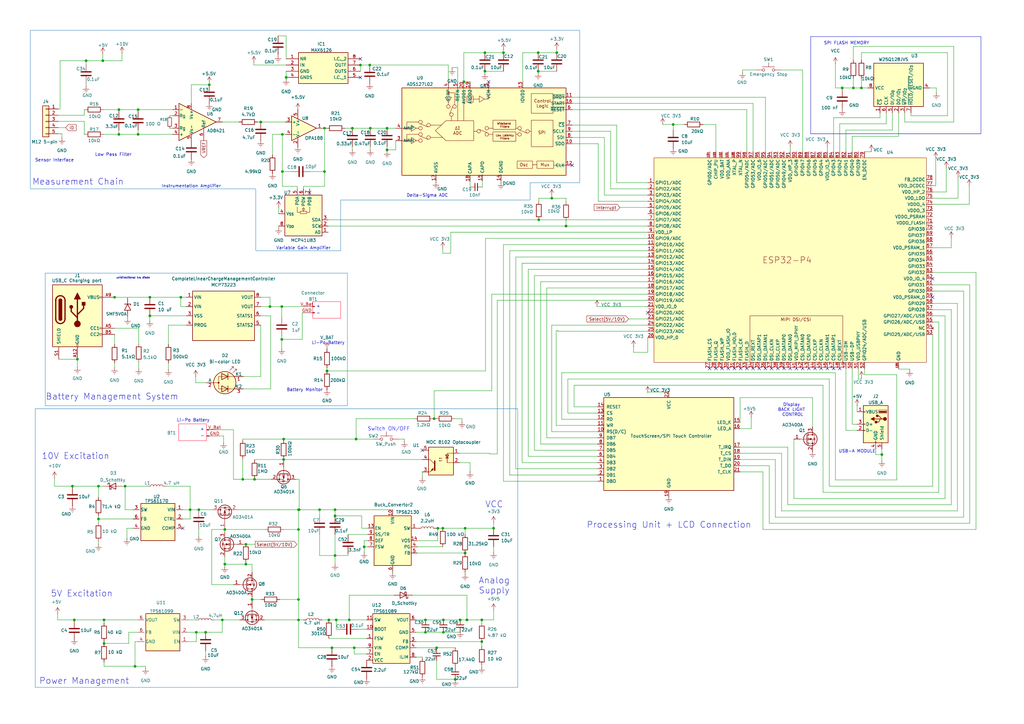
<source format=kicad_sch>
(kicad_sch
	(version 20250114)
	(generator "eeschema")
	(generator_version "9.0")
	(uuid "e09d161e-639f-4600-8aa9-665b6b461114")
	(paper "A3")
	(title_block
		(title "Mobile Force Verification Unit")
		(date "2025-11-29")
		(rev "0.6")
		(company "Innovatest")
		(comment 1 "Group 02")
	)
	
	(rectangle
		(start 14.478 167.64)
		(end 212.344 281.94)
		(stroke
			(width 0)
			(type solid)
			(color 33 122 182 1)
		)
		(fill
			(type none)
		)
		(uuid 273fe304-1525-4475-bd0c-9cb1051fc594)
	)
	(rectangle
		(start 18.542 112.014)
		(end 142.494 166.37)
		(stroke
			(width 0)
			(type solid)
			(color 33 122 182 1)
		)
		(fill
			(type none)
		)
		(uuid 86414abd-9359-41c7-87d4-c465f5d823c5)
	)
	(rectangle
		(start 332.486 14.986)
		(end 402.336 54.864)
		(stroke
			(width 0)
			(type default)
		)
		(fill
			(type none)
		)
		(uuid 9ffe0406-eb07-483b-ac19-f5545570163f)
	)
	(text "5V Excitation\n"
		(exclude_from_sim no)
		(at 33.528 243.586 0)
		(effects
			(font
				(size 2.54 2.54)
			)
		)
		(uuid "036bb8b3-3bc7-407d-978a-9822f27e085b")
	)
	(text "10V Excitation"
		(exclude_from_sim no)
		(at 30.988 187.198 0)
		(effects
			(font
				(size 2.54 2.54)
			)
		)
		(uuid "0ac713aa-ca7b-40ee-b464-37114ae384e9")
	)
	(text "-"
		(exclude_from_sim no)
		(at 130.556 128.524 0)
		(effects
			(font
				(size 1.27 1.27)
			)
		)
		(uuid "15d383b2-40e2-43a6-91e9-602992a48048")
	)
	(text "Power Management"
		(exclude_from_sim no)
		(at 34.544 279.4 0)
		(effects
			(font
				(size 2.54 2.54)
			)
		)
		(uuid "1d221ea3-62cf-4601-a612-4c1e27e9fd93")
	)
	(text "Delta-Sigma ADC"
		(exclude_from_sim no)
		(at 175.26 80.264 0)
		(effects
			(font
				(size 1.27 1.27)
			)
		)
		(uuid "27ac1ba2-e464-4279-97c7-19c0a243ae72")
	)
	(text "-"
		(exclude_from_sim no)
		(at 83.058 178.816 0)
		(effects
			(font
				(size 1.27 1.27)
			)
		)
		(uuid "28574cb5-8ac2-4e39-9f34-e21c2a6f7c04")
	)
	(text "Battery Monitor"
		(exclude_from_sim no)
		(at 124.968 160.02 0)
		(effects
			(font
				(size 1.27 1.27)
			)
		)
		(uuid "30105369-ca63-4003-bccb-715b1aac7eec")
	)
	(text "Processing Unit + LCD Connection \n"
		(exclude_from_sim no)
		(at 275.336 215.392 0)
		(effects
			(font
				(size 2.54 2.54)
			)
		)
		(uuid "4ccc6668-d391-4266-a930-4c5a4fe9b4ff")
	)
	(text "SPI FLASH MEMORY\n"
		(exclude_from_sim no)
		(at 347.218 17.78 0)
		(effects
			(font
				(size 1.27 1.27)
			)
		)
		(uuid "4ffb1962-32e3-4052-8293-85f5027260b8")
	)
	(text "Analog\nSupply\n"
		(exclude_from_sim no)
		(at 202.692 240.284 0)
		(effects
			(font
				(size 2.54 2.54)
			)
		)
		(uuid "58a7c4d0-6fc2-41e9-8d37-57e26ce95581")
	)
	(text "Battery Management System"
		(exclude_from_sim no)
		(at 45.974 162.814 0)
		(effects
			(font
				(size 2.54 2.54)
			)
		)
		(uuid "59d4f498-18d3-48c8-b2ca-dc1cdd7bf438")
	)
	(text "Sensor Interface"
		(exclude_from_sim no)
		(at 22.352 65.786 0)
		(effects
			(font
				(size 1.27 1.27)
			)
		)
		(uuid "5b7040cf-eab4-4c00-bcb7-9c2f10b90e17")
	)
	(text "VCC\n"
		(exclude_from_sim no)
		(at 202.692 207.01 0)
		(effects
			(font
				(size 2.54 2.54)
			)
		)
		(uuid "6922bcb8-d56e-4b76-90f4-465ae2335f18")
	)
	(text "Variable Gain Amplifier\n"
		(exclude_from_sim no)
		(at 124.46 101.854 0)
		(effects
			(font
				(size 1.27 1.27)
			)
		)
		(uuid "79c0ed30-86be-46be-866a-5deabb630834")
	)
	(text "+"
		(exclude_from_sim no)
		(at 82.931 176.149 0)
		(effects
			(font
				(size 1.27 1.27)
			)
		)
		(uuid "7bd26f9c-560d-4835-83f1-59c354726e47")
	)
	(text "USB-A MODULE\n"
		(exclude_from_sim no)
		(at 351.536 185.166 0)
		(effects
			(font
				(size 1.27 1.27)
			)
		)
		(uuid "812693a7-2a88-4b0b-8e88-267e9ee43fbc")
	)
	(text "Instrumentation Amplifier"
		(exclude_from_sim no)
		(at 78.486 76.454 0)
		(effects
			(font
				(size 1.27 1.27)
			)
		)
		(uuid "85dcbeb5-3e48-419f-b2e3-93a4fead783d")
	)
	(text "+"
		(exclude_from_sim no)
		(at 130.556 125.73 0)
		(effects
			(font
				(size 1.27 1.27)
			)
		)
		(uuid "86b00727-8095-487a-9e68-71bdb6ea5689")
	)
	(text "unidirectional tvs diode"
		(exclude_from_sim no)
		(at 54.61 114.046 0)
		(effects
			(font
				(size 0.762 0.762)
			)
		)
		(uuid "88e1cf17-eb37-4a08-a965-322b5efa54e5")
	)
	(text "Low Pass Filter\n"
		(exclude_from_sim no)
		(at 46.482 63.5 0)
		(effects
			(font
				(size 1.27 1.27)
			)
		)
		(uuid "8d8134fa-a3c0-45d8-a9e6-8d3639088cad")
	)
	(text "Display \nBACK LIGHT \nCONTROL\n"
		(exclude_from_sim no)
		(at 325.12 168.148 0)
		(effects
			(font
				(size 1.27 1.27)
			)
		)
		(uuid "abb395c6-eb94-4b75-a055-b2a26438cc47")
	)
	(text "Li-Po Battery\n"
		(exclude_from_sim no)
		(at 79.248 172.466 0)
		(effects
			(font
				(size 1.27 1.27)
			)
		)
		(uuid "af52484d-38a7-4848-bdb9-e79c6c102318")
	)
	(text "Li-Po Battery\n"
		(exclude_from_sim no)
		(at 134.62 140.716 0)
		(effects
			(font
				(size 1.27 1.27)
			)
		)
		(uuid "b2b9d9cf-44d0-4863-afd7-a9bfc075bdf2")
	)
	(text "Measurement Chain\n"
		(exclude_from_sim no)
		(at 32.004 74.676 0)
		(effects
			(font
				(size 2.54 2.54)
			)
		)
		(uuid "d2de046f-9191-41d1-8997-ce6758081883")
	)
	(text_box ""
		(exclude_from_sim no)
		(at 73.279 180.721 0)
		(size 11.43 -6.858)
		(margins 0.9525 0.9525 0.9525 0.9525)
		(stroke
			(width 0)
			(type solid)
			(color 255 18 58 1)
		)
		(fill
			(type none)
		)
		(effects
			(font
				(size 1.27 1.27)
			)
			(justify left top)
		)
		(uuid "4576b6e5-1ddb-471c-9352-5970e744a427")
	)
	(text_box ""
		(exclude_from_sim no)
		(at 128.27 123.698 0)
		(size 11.43 6.858)
		(margins 0.9525 0.9525 0.9525 0.9525)
		(stroke
			(width 0)
			(type solid)
			(color 255 18 58 1)
		)
		(fill
			(type none)
		)
		(effects
			(font
				(size 1.27 1.27)
			)
			(justify left top)
		)
		(uuid "bfb86460-7178-46c2-932a-6477475f7255")
	)
	(junction
		(at 31.75 147.32)
		(diameter 0)
		(color 0 0 0 0)
		(uuid "013d286f-d700-4442-a0dd-df35cf00046d")
	)
	(junction
		(at 151.638 26.67)
		(diameter 0)
		(color 0 0 0 0)
		(uuid "01dda3c2-25a7-4e39-84aa-bc433b77982f")
	)
	(junction
		(at 115.824 70.358)
		(diameter 0)
		(color 0 0 0 0)
		(uuid "02cfb8f6-d261-4e77-b735-4964bf015c7e")
	)
	(junction
		(at 134.874 254.254)
		(diameter 0)
		(color 0 0 0 0)
		(uuid "02ef25a9-5f2d-4e2d-8397-ce399a4c27b2")
	)
	(junction
		(at 151.892 52.578)
		(diameter 0)
		(color 0 0 0 0)
		(uuid "061757fe-4f75-4c0c-a93c-d641295d8850")
	)
	(junction
		(at 91.186 254.254)
		(diameter 0)
		(color 0 0 0 0)
		(uuid "094c2899-f000-435e-9329-7e71b98aa05e")
	)
	(junction
		(at 99.568 196.596)
		(diameter 0)
		(color 0 0 0 0)
		(uuid "1258980c-b23a-4297-9257-41633caf54a6")
	)
	(junction
		(at 56.642 55.118)
		(diameter 0)
		(color 0 0 0 0)
		(uuid "12d20021-d1de-4cfc-8e2c-811532918556")
	)
	(junction
		(at 158.75 52.578)
		(diameter 0)
		(color 0 0 0 0)
		(uuid "12f5b656-e3e9-42e4-8fe6-4a342dcaebdf")
	)
	(junction
		(at 136.144 265.684)
		(diameter 0)
		(color 0 0 0 0)
		(uuid "13e18c7b-8493-4020-92be-2a7565eb82b8")
	)
	(junction
		(at 48.768 44.958)
		(diameter 0)
		(color 0 0 0 0)
		(uuid "1f78ae7d-68af-44d3-8762-b66aa37dc2a8")
	)
	(junction
		(at 137.922 254.254)
		(diameter 0)
		(color 0 0 0 0)
		(uuid "20dbd844-fae3-4452-9748-9a4a4e987e07")
	)
	(junction
		(at 133.096 52.578)
		(diameter 0)
		(color 0 0 0 0)
		(uuid "21b57200-34f7-4079-9cd8-876d49404771")
	)
	(junction
		(at 174.498 259.334)
		(diameter 0)
		(color 0 0 0 0)
		(uuid "240cd9fb-8e2e-4789-9427-820779a2d47d")
	)
	(junction
		(at 30.48 254.254)
		(diameter 0)
		(color 0 0 0 0)
		(uuid "27c1bdd9-5b73-480f-9fbd-e2d84a5be03f")
	)
	(junction
		(at 122.428 245.872)
		(diameter 0)
		(color 0 0 0 0)
		(uuid "2948cf4d-7b94-411d-b037-2c5c583c7648")
	)
	(junction
		(at 179.578 216.662)
		(diameter 0)
		(color 0 0 0 0)
		(uuid "29890956-ec9e-495a-9c1a-0cfa5b249043")
	)
	(junction
		(at 46.99 121.92)
		(diameter 0)
		(color 0 0 0 0)
		(uuid "2c9003fa-0884-4dfb-8060-2f53456f8849")
	)
	(junction
		(at 85.852 34.798)
		(diameter 0)
		(color 0 0 0 0)
		(uuid "30bdad8a-ec4c-4b4c-9de9-752e66254d47")
	)
	(junction
		(at 115.57 125.73)
		(diameter 0)
		(color 0 0 0 0)
		(uuid "311f4222-031f-4968-9782-8d807e7f7cd8")
	)
	(junction
		(at 181.864 259.334)
		(diameter 0)
		(color 0 0 0 0)
		(uuid "33675628-472c-4144-bd3c-a9a9795f7754")
	)
	(junction
		(at 122.428 217.17)
		(diameter 0)
		(color 0 0 0 0)
		(uuid "3a0afed7-2866-40a9-b866-59ce3670d990")
	)
	(junction
		(at 228.346 21.59)
		(diameter 0)
		(color 0 0 0 0)
		(uuid "3a84f29e-5eb5-43bc-a6d0-dacba73997a9")
	)
	(junction
		(at 181.864 254.254)
		(diameter 0)
		(color 0 0 0 0)
		(uuid "3c1e6cdb-1b0e-40d2-91c6-6b8e2a7d8e6d")
	)
	(junction
		(at 345.44 36.068)
		(diameter 0)
		(color 0 0 0 0)
		(uuid "3ec74324-2d00-4c51-b2a4-271072ce42c9")
	)
	(junction
		(at 186.69 278.638)
		(diameter 0)
		(color 0 0 0 0)
		(uuid "4165455a-d079-4fc9-ac06-4f87024be977")
	)
	(junction
		(at 178.054 171.704)
		(diameter 0)
		(color 0 0 0 0)
		(uuid "44c1b4ad-6b4a-4b22-9e2e-1ced5b72ab7d")
	)
	(junction
		(at 232.156 92.71)
		(diameter 0)
		(color 0 0 0 0)
		(uuid "45457b3c-2c63-4f0d-9676-75374fffe7a1")
	)
	(junction
		(at 61.468 129.54)
		(diameter 0)
		(color 0 0 0 0)
		(uuid "480fcbbd-aae0-47c7-81ec-df014892d9de")
	)
	(junction
		(at 42.672 254.254)
		(diameter 0)
		(color 0 0 0 0)
		(uuid "49ef26a7-5e02-4bd2-87a0-47c0f3171ccb")
	)
	(junction
		(at 51.308 199.39)
		(diameter 0)
		(color 0 0 0 0)
		(uuid "4f35fcfb-557f-4a65-8558-a33303ddde9e")
	)
	(junction
		(at 56.642 44.958)
		(diameter 0)
		(color 0 0 0 0)
		(uuid "50cec5d8-d678-4a85-955e-232692819edd")
	)
	(junction
		(at 181.61 216.662)
		(diameter 0)
		(color 0 0 0 0)
		(uuid "53afef6c-c919-448c-8293-e8e910987aef")
	)
	(junction
		(at 115.57 139.192)
		(diameter 0)
		(color 0 0 0 0)
		(uuid "558b6e68-8810-4fd6-adec-a8064a717bef")
	)
	(junction
		(at 197.612 263.144)
		(diameter 0)
		(color 0 0 0 0)
		(uuid "55cf69dc-4e7e-4a38-b0f2-18f60b7b7238")
	)
	(junction
		(at 80.518 259.334)
		(diameter 0)
		(color 0 0 0 0)
		(uuid "57eb7bc2-cd80-4349-a7ae-f8ca62c5a719")
	)
	(junction
		(at 197.612 254.254)
		(diameter 0)
		(color 0 0 0 0)
		(uuid "5c379905-5e64-463f-95a3-8ed7d667c83a")
	)
	(junction
		(at 220.726 21.59)
		(diameter 0)
		(color 0 0 0 0)
		(uuid "6468bbd3-6c71-4136-aedb-7f486eb05100")
	)
	(junction
		(at 146.05 180.086)
		(diameter 0)
		(color 0 0 0 0)
		(uuid "6b7c5c26-dee5-4305-83dc-d1d0e9cf0904")
	)
	(junction
		(at 77.978 209.042)
		(diameter 0)
		(color 0 0 0 0)
		(uuid "7589dcce-af99-4920-87ce-bcf2ca5a6127")
	)
	(junction
		(at 55.372 273.304)
		(diameter 0)
		(color 0 0 0 0)
		(uuid "77609968-bfa8-4920-a381-e84cf1a344e7")
	)
	(junction
		(at 143.256 254.254)
		(diameter 0)
		(color 0 0 0 0)
		(uuid "77d5dd27-ed06-4a9b-952a-8942750eeffc")
	)
	(junction
		(at 198.882 21.59)
		(diameter 0)
		(color 0 0 0 0)
		(uuid "790dd922-8879-4fbf-917b-bef8424b47eb")
	)
	(junction
		(at 115.824 55.118)
		(diameter 0)
		(color 0 0 0 0)
		(uuid "7ddf5f19-1139-47be-bcef-07c2e8741a3a")
	)
	(junction
		(at 35.306 24.892)
		(diameter 0)
		(color 0 0 0 0)
		(uuid "80808d46-cdaa-4b0f-b6db-114d4531b1fb")
	)
	(junction
		(at 174.498 254.254)
		(diameter 0)
		(color 0 0 0 0)
		(uuid "83181df5-d28b-4f18-b8d7-61fb7147f5ea")
	)
	(junction
		(at 350.012 36.068)
		(diameter 0)
		(color 0 0 0 0)
		(uuid "86657bfd-9b40-43ca-ab91-632ec7781fba")
	)
	(junction
		(at 179.07 265.684)
		(diameter 0)
		(color 0 0 0 0)
		(uuid "8eeddcd7-a836-4fe3-bed6-ce4ea70031f3")
	)
	(junction
		(at 158.75 61.468)
		(diameter 0)
		(color 0 0 0 0)
		(uuid "8f9b70ce-ff4f-4411-8244-d6d7b9dddecf")
	)
	(junction
		(at 100.838 223.266)
		(diameter 0)
		(color 0 0 0 0)
		(uuid "901b46f4-26fc-4d52-94ab-ce666885d7e7")
	)
	(junction
		(at 61.468 121.92)
		(diameter 0)
		(color 0 0 0 0)
		(uuid "91a10682-0a12-472a-b7d7-fe0e4e43f39e")
	)
	(junction
		(at 198.882 29.21)
		(diameter 0)
		(color 0 0 0 0)
		(uuid "94922c76-aefc-4a47-9c1b-4c95ddb36284")
	)
	(junction
		(at 84.328 259.334)
		(diameter 0)
		(color 0 0 0 0)
		(uuid "964cfedb-bbc0-43d4-9f96-6ea7967dd502")
	)
	(junction
		(at 40.386 212.852)
		(diameter 0)
		(color 0 0 0 0)
		(uuid "968c117e-041f-4ad0-b174-a8252fa7e3ff")
	)
	(junction
		(at 190.754 216.662)
		(diameter 0)
		(color 0 0 0 0)
		(uuid "997cb885-f04f-46ae-963e-474c9cf8916d")
	)
	(junction
		(at 276.098 51.054)
		(diameter 0)
		(color 0 0 0 0)
		(uuid "9a5afbf5-bf8c-40ca-a040-213f687d6255")
	)
	(junction
		(at 137.414 227.838)
		(diameter 0)
		(color 0 0 0 0)
		(uuid "9a6faf14-730d-4970-bbea-feace9fc9890")
	)
	(junction
		(at 103.378 245.872)
		(diameter 0)
		(color 0 0 0 0)
		(uuid "9fd4f440-e929-4fff-a5d2-a96d27e5e16a")
	)
	(junction
		(at 191.516 254.254)
		(diameter 0)
		(color 0 0 0 0)
		(uuid "a6ad5e08-1f00-494f-81fc-b190ce4799f3")
	)
	(junction
		(at 92.202 217.17)
		(diameter 0)
		(color 0 0 0 0)
		(uuid "a76c9aab-8a0e-4ff0-a698-e7a229d21763")
	)
	(junction
		(at 131.064 209.042)
		(diameter 0)
		(color 0 0 0 0)
		(uuid "a7ffb527-5a1c-481b-9e8e-227fcb0a747d")
	)
	(junction
		(at 133.096 70.358)
		(diameter 0)
		(color 0 0 0 0)
		(uuid "a83d6ecd-75a7-4da8-83b4-760b732b12f6")
	)
	(junction
		(at 42.164 24.892)
		(diameter 0)
		(color 0 0 0 0)
		(uuid "acd10ecf-d062-4dcf-b9f5-b6230a389c63")
	)
	(junction
		(at 202.438 216.662)
		(diameter 0)
		(color 0 0 0 0)
		(uuid "ad474c9f-9a00-4f5f-88aa-2ac13e1c5ee5")
	)
	(junction
		(at 220.726 29.21)
		(diameter 0)
		(color 0 0 0 0)
		(uuid "aea6c815-cbe4-4c53-8777-1b4ce7944e6c")
	)
	(junction
		(at 134.112 152.146)
		(diameter 0)
		(color 0 0 0 0)
		(uuid "b7354ec5-732f-42b9-9d1f-a61b7206cc1d")
	)
	(junction
		(at 92.202 231.394)
		(diameter 0)
		(color 0 0 0 0)
		(uuid "b7c846d6-3b93-4dd5-94ac-941f18c27690")
	)
	(junction
		(at 149.352 224.282)
		(diameter 0)
		(color 0 0 0 0)
		(uuid "be1393cb-515b-4bca-9b90-0617a388566f")
	)
	(junction
		(at 122.428 254.254)
		(diameter 0)
		(color 0 0 0 0)
		(uuid "be651ba6-c9a6-4e3b-8741-bb094df58f6d")
	)
	(junction
		(at 116.332 188.468)
		(diameter 0)
		(color 0 0 0 0)
		(uuid "bf0a5ab2-2d47-413a-94ef-9ba44ef17ba6")
	)
	(junction
		(at 116.332 180.086)
		(diameter 0)
		(color 0 0 0 0)
		(uuid "c07a5131-ebf9-40c4-b198-956a5538e826")
	)
	(junction
		(at 137.414 211.582)
		(diameter 0)
		(color 0 0 0 0)
		(uuid "c0b06326-dff8-4910-a514-923aac903a56")
	)
	(junction
		(at 353.314 36.068)
		(diameter 0)
		(color 0 0 0 0)
		(uuid "c4266fe8-4740-41f4-a18d-188730358db7")
	)
	(junction
		(at 117.348 31.75)
		(diameter 0)
		(color 0 0 0 0)
		(uuid "c589933a-31e5-4401-9267-38a8f7bdeeee")
	)
	(junction
		(at 190.246 33.528)
		(diameter 0)
		(color 0 0 0 0)
		(uuid "c6831579-8932-496a-9373-7c6836962d7c")
	)
	(junction
		(at 190.754 226.822)
		(diameter 0)
		(color 0 0 0 0)
		(uuid "c9692725-d382-47b5-9e6c-6ed6fbb3f14b")
	)
	(junction
		(at 122.682 209.042)
		(diameter 0)
		(color 0 0 0 0)
		(uuid "c982b682-395d-4b5c-b4bd-82d0f9438fd0")
	)
	(junction
		(at 144.526 52.578)
		(diameter 0)
		(color 0 0 0 0)
		(uuid "cb5bf085-0cc9-4747-8715-1abcd6cd7601")
	)
	(junction
		(at 147.828 26.67)
		(diameter 0)
		(color 0 0 0 0)
		(uuid "d268ee38-c770-46e8-9756-bb83f423cdaf")
	)
	(junction
		(at 145.288 265.684)
		(diameter 0)
		(color 0 0 0 0)
		(uuid "d2977c37-d131-4062-96ed-e25023f6bc91")
	)
	(junction
		(at 106.934 50.038)
		(diameter 0)
		(color 0 0 0 0)
		(uuid "d41464a9-6dae-4a64-a51f-8838b0a6ae7d")
	)
	(junction
		(at 206.502 21.59)
		(diameter 0)
		(color 0 0 0 0)
		(uuid "d5fba160-f073-4a40-99bf-ab64ebe302e6")
	)
	(junction
		(at 74.168 121.92)
		(diameter 0)
		(color 0 0 0 0)
		(uuid "dc30882c-fa27-4b49-8279-bd7837c7112a")
	)
	(junction
		(at 29.718 199.39)
		(diameter 0)
		(color 0 0 0 0)
		(uuid "dcd96d05-328a-4b08-86bd-e212781dbd9b")
	)
	(junction
		(at 137.414 209.042)
		(diameter 0)
		(color 0 0 0 0)
		(uuid "dfa3c8d3-ecb3-423a-a876-b847ed50dff2")
	)
	(junction
		(at 110.744 125.73)
		(diameter 0)
		(color 0 0 0 0)
		(uuid "e11871bc-b74c-45af-aa18-14a67001bf34")
	)
	(junction
		(at 361.696 186.436)
		(diameter 0)
		(color 0 0 0 0)
		(uuid "e37e7f50-5a69-44b5-876d-af2545162237")
	)
	(junction
		(at 81.534 209.042)
		(diameter 0)
		(color 0 0 0 0)
		(uuid "e54635b6-dcc0-4111-8df0-43e10673191e")
	)
	(junction
		(at 122.428 209.042)
		(diameter 0)
		(color 0 0 0 0)
		(uuid "e5c00930-ad72-4eab-a7df-782fb840e143")
	)
	(junction
		(at 220.98 90.17)
		(diameter 0)
		(color 0 0 0 0)
		(uuid "e9c22505-5f08-46f7-82ae-07234e8f2fb1")
	)
	(junction
		(at 42.672 263.906)
		(diameter 0)
		(color 0 0 0 0)
		(uuid "ea519315-6600-44a7-8217-1b3400d5dc0b")
	)
	(junction
		(at 226.314 81.28)
		(diameter 0)
		(color 0 0 0 0)
		(uuid "f14c9323-215d-408d-838f-c57ec404efe7")
	)
	(junction
		(at 48.768 55.118)
		(diameter 0)
		(color 0 0 0 0)
		(uuid "f3a6913e-cc74-4afc-ad31-e05c85c4f0e6")
	)
	(junction
		(at 188.722 254.254)
		(diameter 0)
		(color 0 0 0 0)
		(uuid "f49ef55e-4ea2-42de-8871-ba22a30a8bb0")
	)
	(junction
		(at 100.838 231.394)
		(diameter 0)
		(color 0 0 0 0)
		(uuid "f619c25d-a68a-4060-a07f-e3e734c51a03")
	)
	(junction
		(at 104.394 196.596)
		(diameter 0)
		(color 0 0 0 0)
		(uuid "f92c4768-b20f-4e0b-8594-7832fc05022a")
	)
	(junction
		(at 40.386 199.39)
		(diameter 0)
		(color 0 0 0 0)
		(uuid "ff3eb2cd-2651-4e50-8ea0-8eb833db37b7")
	)
	(no_connect
		(at 341.884 151.13)
		(uuid "136a1443-2e84-4ef3-8695-a052ba01ba38")
	)
	(no_connect
		(at 324.104 151.13)
		(uuid "216beae5-4eea-488b-b6d0-e0f23fb55e59")
	)
	(no_connect
		(at 331.724 151.13)
		(uuid "21b7440c-4f10-42a4-81c1-f5538c4ac8ef")
	)
	(no_connect
		(at 344.424 151.13)
		(uuid "29ed9a5b-fa3b-41ef-bee7-7926d281f567")
	)
	(no_connect
		(at 303.784 151.13)
		(uuid "2a130af2-ed6e-4d96-91d4-6f60494c60ef")
	)
	(no_connect
		(at 308.864 151.13)
		(uuid "3bf60b23-8ead-48e8-af0f-16fc33edacfb")
	)
	(no_connect
		(at 291.084 151.13)
		(uuid "3e46594c-05b7-4c45-a986-e693e217ac96")
	)
	(no_connect
		(at 321.564 151.13)
		(uuid "40c5d146-df3d-4988-832e-2d3369858bce")
	)
	(no_connect
		(at 313.944 151.13)
		(uuid "47e24a70-4b65-4c95-998b-3e0264878b01")
	)
	(no_connect
		(at 339.344 151.13)
		(uuid "496d8d4e-8f99-4fc1-bb32-35b88f375bdb")
	)
	(no_connect
		(at 301.244 151.13)
		(uuid "4a5cc789-c937-4318-b6e4-452af1586598")
	)
	(no_connect
		(at 336.804 151.13)
		(uuid "5362e523-2251-46a8-a6e9-a3f2fb918ab3")
	)
	(no_connect
		(at 316.484 151.13)
		(uuid "57e8dc31-7453-4cc9-a34f-712921e033a4")
	)
	(no_connect
		(at 293.624 151.13)
		(uuid "603066c0-70c6-43c9-b00e-ad4080e54355")
	)
	(no_connect
		(at 147.828 31.75)
		(uuid "635ea7db-32c6-44bb-addf-47292f75c9d7")
	)
	(no_connect
		(at 200.406 33.528)
		(uuid "74ffedb7-29c3-4a64-ba91-a96a53bc2a51")
	)
	(no_connect
		(at 319.024 151.13)
		(uuid "7c7b08b8-a70c-47b8-8c3c-d3ded9d65ebb")
	)
	(no_connect
		(at 74.93 216.662)
		(uuid "7e2f11a3-6423-44c6-b80b-851947a0b079")
	)
	(no_connect
		(at 326.644 151.13)
		(uuid "80b2d6b0-dac4-46b3-8634-f8c6201a59a1")
	)
	(no_connect
		(at 265.684 128.27)
		(uuid "8472b472-17f9-42b8-a54b-efcb4c828ae7")
	)
	(no_connect
		(at 173.228 184.658)
		(uuid "892ee64e-0765-4793-a9cb-73433b4cf94f")
	)
	(no_connect
		(at 127 78.994)
		(uuid "90775881-ac1b-447f-93b6-72a88df6b30f")
	)
	(no_connect
		(at 147.828 24.13)
		(uuid "a26e058b-f678-48ca-a216-584bdc42d009")
	)
	(no_connect
		(at 311.404 151.13)
		(uuid "b4a99993-ea92-48f4-943a-44f4768bf939")
	)
	(no_connect
		(at 329.184 151.13)
		(uuid "bbef41ad-2fe4-4070-ad34-d332ea9726dc")
	)
	(no_connect
		(at 296.164 151.13)
		(uuid "d8b8aa65-8195-4b79-b973-5f249633f71b")
	)
	(no_connect
		(at 234.696 67.818)
		(uuid "e4a4f8ec-3a4e-40eb-a7f2-369d9c162492")
	)
	(no_connect
		(at 306.324 151.13)
		(uuid "e72dab9e-b7bb-4a63-a30c-879ae894ba6a")
	)
	(no_connect
		(at 382.524 114.3)
		(uuid "f3c41930-c165-45b0-8bb0-f7e6a7bcfc6e")
	)
	(no_connect
		(at 334.264 151.13)
		(uuid "f8ae3993-07a6-4a4e-8972-a945673fcd64")
	)
	(no_connect
		(at 382.524 121.92)
		(uuid "f96ce935-41f8-4fa7-ba0d-57eac242082b")
	)
	(no_connect
		(at 298.704 151.13)
		(uuid "ffa22f00-0ccc-4e85-aee5-844c49f59ab3")
	)
	(wire
		(pts
			(xy 234.696 51.308) (xy 252.984 51.308)
		)
		(stroke
			(width 0)
			(type default)
		)
		(uuid "00f76f5f-836b-4610-a0ee-b07adb118e7f")
	)
	(wire
		(pts
			(xy 201.676 120.65) (xy 265.684 120.65)
		)
		(stroke
			(width 0)
			(type default)
		)
		(uuid "0143955c-c1e0-4300-a923-1604b08ade41")
	)
	(wire
		(pts
			(xy 179.578 216.662) (xy 179.578 221.742)
		)
		(stroke
			(width 0)
			(type default)
		)
		(uuid "0145fe3b-e5d2-4ab7-a322-84ed08929215")
	)
	(wire
		(pts
			(xy 206.502 29.21) (xy 198.882 29.21)
		)
		(stroke
			(width 0)
			(type default)
		)
		(uuid "01670158-ae91-441b-8fdf-ddc797671430")
	)
	(wire
		(pts
			(xy 361.696 186.436) (xy 361.696 188.976)
		)
		(stroke
			(width 0)
			(type default)
		)
		(uuid "019bf9e8-8654-467d-98ff-9eb05314b91b")
	)
	(wire
		(pts
			(xy 139.192 258.064) (xy 137.922 258.064)
		)
		(stroke
			(width 0)
			(type default)
		)
		(uuid "02b10ebd-0c83-4cc2-8185-c75fad9280ea")
	)
	(wire
		(pts
			(xy 99.822 154.432) (xy 106.934 154.432)
		)
		(stroke
			(width 0)
			(type default)
		)
		(uuid "02d005e3-d5dd-48d5-bc1b-a0f710a1e972")
	)
	(wire
		(pts
			(xy 342.646 36.068) (xy 345.44 36.068)
		)
		(stroke
			(width 0)
			(type default)
		)
		(uuid "02e09e19-b4ed-414c-9b89-c65149a1d5d1")
	)
	(wire
		(pts
			(xy 77.978 209.042) (xy 77.978 199.39)
		)
		(stroke
			(width 0)
			(type default)
		)
		(uuid "02e8d09c-876b-45ee-aa41-66e5de6ead2f")
	)
	(wire
		(pts
			(xy 170.688 263.144) (xy 197.612 263.144)
		)
		(stroke
			(width 0)
			(type default)
		)
		(uuid "031e5465-6cfa-4f45-8961-f1a9ab8b73a3")
	)
	(wire
		(pts
			(xy 122.428 254.254) (xy 124.46 254.254)
		)
		(stroke
			(width 0)
			(type default)
		)
		(uuid "036348c0-81f4-4e63-8b42-adeaf5c64ab4")
	)
	(wire
		(pts
			(xy 124.46 76.454) (xy 124.46 77.47)
		)
		(stroke
			(width 0)
			(type default)
		)
		(uuid "039e2cc2-dae8-4ac2-a420-92371bb4f286")
	)
	(wire
		(pts
			(xy 137.414 211.582) (xy 148.336 211.582)
		)
		(stroke
			(width 0)
			(type default)
		)
		(uuid "03f76695-88d3-4180-827f-8d1bd59b2bda")
	)
	(wire
		(pts
			(xy 146.05 171.704) (xy 146.05 180.086)
		)
		(stroke
			(width 0)
			(type default)
		)
		(uuid "04947aee-fbeb-481c-baae-50adfe149b7d")
	)
	(wire
		(pts
			(xy 350.012 36.068) (xy 353.314 36.068)
		)
		(stroke
			(width 0)
			(type default)
		)
		(uuid "049e2530-1d89-4c8f-9e12-3991dfa41c96")
	)
	(wire
		(pts
			(xy 306.324 44.958) (xy 306.324 62.23)
		)
		(stroke
			(width 0)
			(type default)
		)
		(uuid "04dbdffc-ef3d-42dd-9873-e54696a687d7")
	)
	(wire
		(pts
			(xy 179.578 216.662) (xy 181.61 216.662)
		)
		(stroke
			(width 0)
			(type default)
		)
		(uuid "050b85bc-9658-461f-9e04-912ec4fd9968")
	)
	(wire
		(pts
			(xy 382.524 78.74) (xy 388.112 78.74)
		)
		(stroke
			(width 0)
			(type default)
		)
		(uuid "0519c977-b775-4eda-9e09-4bcb5165a8d5")
	)
	(wire
		(pts
			(xy 354.584 153.67) (xy 367.792 153.67)
		)
		(stroke
			(width 0)
			(type default)
		)
		(uuid "06363c44-926c-48f2-929e-034be59bbaf3")
	)
	(wire
		(pts
			(xy 52.832 263.906) (xy 52.832 259.334)
		)
		(stroke
			(width 0)
			(type default)
		)
		(uuid "06475680-2889-4b9c-b042-5fd59898c043")
	)
	(wire
		(pts
			(xy 329.184 28.702) (xy 320.294 28.702)
		)
		(stroke
			(width 0)
			(type default)
		)
		(uuid "06646fda-6abe-401d-a52f-7d4c8d337696")
	)
	(wire
		(pts
			(xy 381.254 36.068) (xy 384.048 36.068)
		)
		(stroke
			(width 0)
			(type default)
		)
		(uuid "06cbdc68-2fc4-4d10-a057-a88ec2091c0e")
	)
	(wire
		(pts
			(xy 234.696 53.848) (xy 250.444 53.848)
		)
		(stroke
			(width 0)
			(type default)
		)
		(uuid "06ebe2b7-9516-4a61-9ee7-d936ccb36f6a")
	)
	(wire
		(pts
			(xy 224.282 118.11) (xy 265.684 118.11)
		)
		(stroke
			(width 0)
			(type default)
		)
		(uuid "070463cb-e04c-4722-a10d-c7cc11c4cc92")
	)
	(wire
		(pts
			(xy 142.748 219.456) (xy 142.748 219.202)
		)
		(stroke
			(width 0)
			(type default)
		)
		(uuid "073cd7d6-9462-4bb4-93de-753b25f1ac9c")
	)
	(wire
		(pts
			(xy 48.768 53.34) (xy 48.768 55.118)
		)
		(stroke
			(width 0)
			(type default)
		)
		(uuid "074b85d6-64f0-44ce-979e-9fccd027faca")
	)
	(wire
		(pts
			(xy 115.824 55.118) (xy 115.824 70.358)
		)
		(stroke
			(width 0)
			(type default)
		)
		(uuid "07a03ac9-2eb6-4cd0-8ede-1dbac6db90d9")
	)
	(wire
		(pts
			(xy 137.414 219.202) (xy 137.414 227.838)
		)
		(stroke
			(width 0)
			(type default)
		)
		(uuid "09123523-fc14-460a-baf6-8840db31f4b7")
	)
	(wire
		(pts
			(xy 46.99 137.16) (xy 46.99 141.224)
		)
		(stroke
			(width 0)
			(type default)
		)
		(uuid "093e6ef3-45f0-4237-a5e0-b8f595cf3e7b")
	)
	(wire
		(pts
			(xy 106.934 121.92) (xy 110.744 121.92)
		)
		(stroke
			(width 0)
			(type default)
		)
		(uuid "097abf07-ce86-4222-9140-d1615bda49e5")
	)
	(wire
		(pts
			(xy 349.504 151.13) (xy 349.504 173.99)
		)
		(stroke
			(width 0)
			(type default)
		)
		(uuid "09a4e52e-8be1-4885-803a-2dd37e6eb823")
	)
	(wire
		(pts
			(xy 235.458 166.878) (xy 235.458 157.988)
		)
		(stroke
			(width 0)
			(type default)
		)
		(uuid "0a39aaca-b247-4138-a642-f7823361076c")
	)
	(wire
		(pts
			(xy 232.156 92.71) (xy 265.684 92.71)
		)
		(stroke
			(width 0)
			(type default)
		)
		(uuid "0a96242b-d89a-4797-afba-ea0fe27a6dfe")
	)
	(wire
		(pts
			(xy 106.934 50.038) (xy 117.094 50.038)
		)
		(stroke
			(width 0)
			(type default)
		)
		(uuid "0ad7dddb-0679-4bd2-809b-d79b6a1d5215")
	)
	(wire
		(pts
			(xy 199.136 152.146) (xy 199.136 97.79)
		)
		(stroke
			(width 0)
			(type default)
		)
		(uuid "0b2cfd35-ff41-4eb6-8a1a-8cb837508e9a")
	)
	(wire
		(pts
			(xy 171.196 224.282) (xy 181.61 224.282)
		)
		(stroke
			(width 0)
			(type default)
		)
		(uuid "0b6c761b-85c7-40bc-83b8-f4a30ef64501")
	)
	(
... [324390 chars truncated]
</source>
